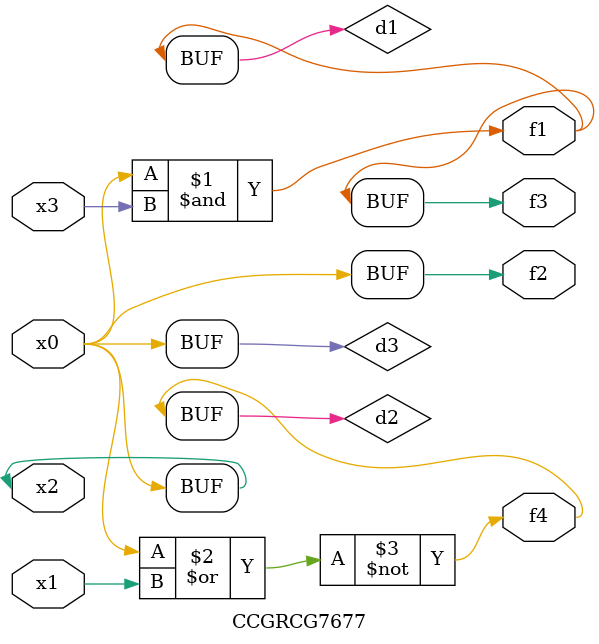
<source format=v>
module CCGRCG7677(
	input x0, x1, x2, x3,
	output f1, f2, f3, f4
);

	wire d1, d2, d3;

	and (d1, x2, x3);
	nor (d2, x0, x1);
	buf (d3, x0, x2);
	assign f1 = d1;
	assign f2 = d3;
	assign f3 = d1;
	assign f4 = d2;
endmodule

</source>
